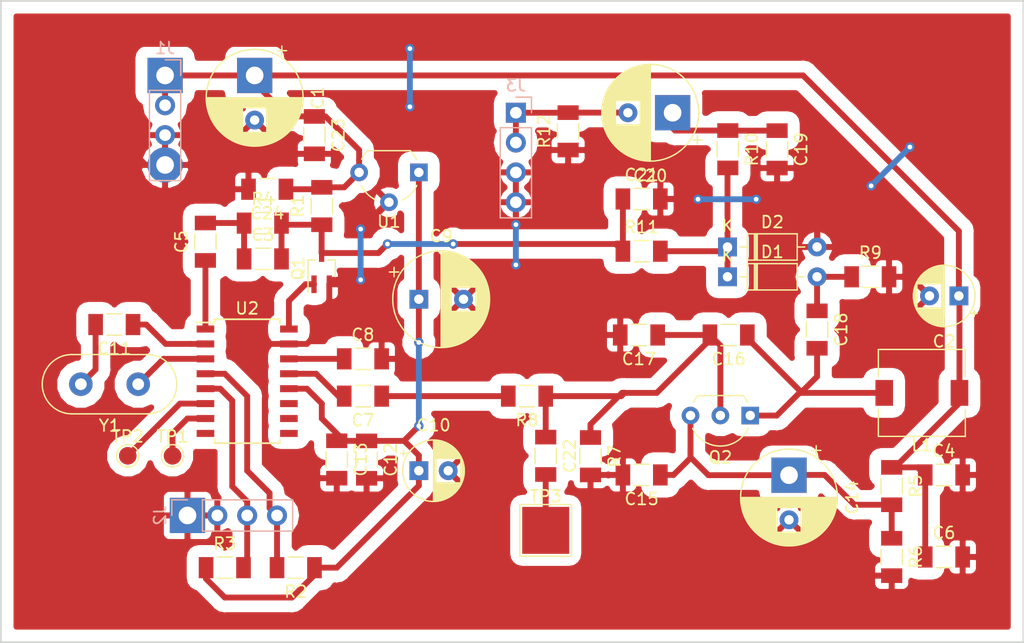
<source format=kicad_pcb>
(kicad_pcb (version 20171130) (host pcbnew no-vcs-found-d3998a2~61~ubuntu17.10.1)
  (layers (0 F.Cu signal) (31 B.Cu signal) (34 B.Paste user) (35 F.Paste user) (36 B.SilkS user) (37 F.SilkS user) (38 B.Mask user) (39 F.Mask user) (44 Edge.Cuts user))
  (net 0 "")
  (net 1 +12V)
  (net 2 GND)
  (net 3 "Net-(C3-Pad1)")
  (net 4 /VTUNE)
  (net 5 "Net-(C5-Pad1)")
  (net 6 /OSC_OUT)
  (net 7 "Net-(C7-Pad2)")
  (net 8 "Net-(C8-Pad1)")
  (net 9 +5V)
  (net 10 "Net-(C11-Pad2)")
  (net 11 "Net-(C11-Pad1)")
  (net 12 "Net-(C14-Pad1)")
  (net 13 "Net-(C16-Pad1)")
  (net 14 "Net-(C16-Pad2)")
  (net 15 "Net-(C18-Pad1)")
  (net 16 "Net-(C19-Pad1)")
  (net 17 "Net-(C20-Pad2)")
  (net 18 "Net-(D1-Pad1)")
  (net 19 /SCL)
  (net 20 /SDA)
  (net 21 "Net-(Q1-Pad1)")
  (net 22 "Net-(TP1-Pad1)")
  (net 23 "Net-(TP2-Pad1)")
  (net 24 "Net-(U2-Pad3)")
  (net 25 "Net-(C22-Pad2)")
  (module Package_TO_SOT_THT:TO-92_Wide (layer F.Cu) (at 96.266 205.994 180)
    (fp_text reference U1 (at 2.55 -4.19 180) (layer F.SilkS))
    (fp_text value L78L05_TO92)
    (pad 2 thru_hole circle (at 2.54 -2.54 270) (size 1.5 1.5) (drill 0.8) (layers *.Cu *.Mask) (net 2 GND))
    (pad 3 thru_hole circle (at 5.08 0 270) (size 1.5 1.5) (drill 0.8) (layers *.Cu *.Mask) (net 1 +12V))
    (pad 1 thru_hole rect (at 0 0 270) (size 1.5 1.5) (drill 0.8) (layers *.Cu *.Mask) (net 9 +5V))
  )
  (module TestPoint:TestPoint_Pad_D1.5mm (layer F.Cu) (at 71.501 230.124)
    (fp_text reference TP2 (at 0 -1.648) (layer F.SilkS))
    (fp_text value Test_Point)
    (pad 1 smd circle (at 0 0) (size 1.5 1.5) (layers F.Cu F.Mask) (net 23 "Net-(TP2-Pad1)"))
  )
  (module TestPoint:TestPoint_Pad_D1.5mm (layer F.Cu) (at 75.311 230.124)
    (fp_text reference TP1 (at 0 -1.648) (layer F.SilkS))
    (fp_text value Test_Point)
    (pad 1 smd circle (at 0 0) (size 1.5 1.5) (layers F.Cu F.Mask) (net 22 "Net-(TP1-Pad1)"))
  )
  (module Capacitor_THT:CP_Radial_D8.0mm_P3.80mm (layer F.Cu) (at 117.856 200.914 180)
    (fp_text reference C20 (at 1.9 -5.37 180) (layer F.SilkS))
    (fp_text value 10u)
    (pad 2 thru_hole circle (at 3.8 0 180) (size 1.6 1.6) (drill 0.8) (layers *.Cu *.Mask) (net 17 "Net-(C20-Pad2)"))
    (pad 1 thru_hole rect (at 0 0 180) (size 3 3) (drill 1.5) (layers *.Cu *.Mask) (net 16 "Net-(C19-Pad1)"))
  )
  (module Capacitor_THT:CP_Radial_D8.0mm_P3.80mm (layer F.Cu) (at 82.296 197.739 270)
    (fp_text reference C1 (at 1.9 -5.37 270) (layer F.SilkS))
    (fp_text value 10u)
    (pad 1 thru_hole rect (at 0 0 270) (size 3 3) (drill 1.5) (layers *.Cu *.Mask) (net 1 +12V))
    (pad 2 thru_hole circle (at 3.8 0 270) (size 1.6 1.6) (drill 0.8) (layers *.Cu *.Mask) (net 2 GND))
  )
  (module Capacitor_THT:CP_Radial_D5.0mm_P2.50mm (layer F.Cu) (at 142.212282 216.51293 180)
    (fp_text reference C2 (at 1.25 -3.87 180) (layer F.SilkS))
    (fp_text value 1u)
    (pad 2 thru_hole circle (at 2.5 0 180) (size 1.6 1.6) (drill 0.8) (layers *.Cu *.Mask) (net 2 GND))
    (pad 1 thru_hole rect (at 0 0 180) (size 1.6 1.6) (drill 0.8) (layers *.Cu *.Mask) (net 1 +12V))
  )
  (module Capacitor_SMD:C_1206_3216Metric_Pad1.24x1.80mm_HandSolder (layer F.Cu) (at 82.9895 213.36)
    (fp_text reference C3 (at 0 -2.05) (layer F.SilkS))
    (fp_text value 39n)
    (pad 1 smd rect (at -1.5925 0) (size 1.245 1.8) (layers F.Cu F.Paste F.Mask) (net 3 "Net-(C3-Pad1)"))
    (pad 2 smd rect (at 1.5925 0) (size 1.245 1.8) (layers F.Cu F.Paste F.Mask) (net 4 /VTUNE))
  )
  (module Capacitor_SMD:C_1206_3216Metric_Pad1.24x1.80mm_HandSolder (layer F.Cu) (at 140.942282 231.75293)
    (fp_text reference C4 (at 0 -2.05) (layer F.SilkS))
    (fp_text value 4n7)
    (pad 1 smd rect (at -1.5925 0) (size 1.245 1.8) (layers F.Cu F.Paste F.Mask) (net 1 +12V))
    (pad 2 smd rect (at 1.5925 0) (size 1.245 1.8) (layers F.Cu F.Paste F.Mask) (net 2 GND))
  )
  (module Capacitor_SMD:C_1206_3216Metric_Pad1.24x1.80mm_HandSolder (layer F.Cu) (at 78.105 211.8945 90)
    (fp_text reference C5 (at 0 -2.05 90) (layer F.SilkS))
    (fp_text value 180n)
    (pad 1 smd rect (at -1.5925 0 90) (size 1.245 1.8) (layers F.Cu F.Paste F.Mask) (net 5 "Net-(C5-Pad1)"))
    (pad 2 smd rect (at 1.5925 0 90) (size 1.245 1.8) (layers F.Cu F.Paste F.Mask) (net 3 "Net-(C3-Pad1)"))
  )
  (module Capacitor_SMD:C_1206_3216Metric_Pad1.24x1.80mm_HandSolder (layer F.Cu) (at 140.942282 238.73793)
    (fp_text reference C6 (at 0 -2.05) (layer F.SilkS))
    (fp_text value 150p)
    (pad 2 smd rect (at 1.5925 0) (size 1.245 1.8) (layers F.Cu F.Paste F.Mask) (net 2 GND))
    (pad 1 smd rect (at -1.5925 0) (size 1.245 1.8) (layers F.Cu F.Paste F.Mask) (net 1 +12V))
  )
  (module Capacitor_SMD:C_1206_3216Metric_Pad1.24x1.80mm_HandSolder (layer F.Cu) (at 91.5085 225.044 180)
    (fp_text reference C7 (at 0 -2.05 180) (layer F.SilkS))
    (fp_text value 1n)
    (pad 1 smd rect (at -1.5925 0 180) (size 1.245 1.8) (layers F.Cu F.Paste F.Mask) (net 6 /OSC_OUT))
    (pad 2 smd rect (at 1.5925 0 180) (size 1.245 1.8) (layers F.Cu F.Paste F.Mask) (net 7 "Net-(C7-Pad2)"))
  )
  (module Capacitor_SMD:C_1206_3216Metric_Pad1.24x1.80mm_HandSolder (layer F.Cu) (at 91.5085 221.869)
    (fp_text reference C8 (at 0 -2.05) (layer F.SilkS))
    (fp_text value 1n)
    (pad 2 smd rect (at 1.5925 0) (size 1.245 1.8) (layers F.Cu F.Paste F.Mask) (net 2 GND))
    (pad 1 smd rect (at -1.5925 0) (size 1.245 1.8) (layers F.Cu F.Paste F.Mask) (net 8 "Net-(C8-Pad1)"))
  )
  (module Capacitor_THT:CP_Radial_D8.0mm_P3.80mm (layer F.Cu) (at 96.266 216.789)
    (fp_text reference C9 (at 1.9 -5.37) (layer F.SilkS))
    (fp_text value 10u)
    (pad 2 thru_hole circle (at 3.8 0) (size 1.6 1.6) (drill 0.8) (layers *.Cu *.Mask) (net 2 GND))
    (pad 1 thru_hole rect (at 0 0) (size 1.6 1.6) (drill 0.8) (layers *.Cu *.Mask) (net 9 +5V))
  )
  (module Capacitor_THT:CP_Radial_D5.0mm_P2.50mm (layer F.Cu) (at 96.266 231.394)
    (fp_text reference C10 (at 1.25 -3.87) (layer F.SilkS))
    (fp_text value 1u)
    (pad 1 thru_hole rect (at 0 0) (size 1.6 1.6) (drill 0.8) (layers *.Cu *.Mask) (net 9 +5V))
    (pad 2 thru_hole circle (at 2.5 0) (size 1.6 1.6) (drill 0.8) (layers *.Cu *.Mask) (net 2 GND))
  )
  (module Capacitor_SMD:C_1206_3216Metric_Pad1.24x1.80mm_HandSolder (layer F.Cu) (at 70.358 218.948 180)
    (fp_text reference C11 (at 0 -2.05 180) (layer F.SilkS))
    (fp_text value 27p)
    (pad 2 smd rect (at 1.5925 0 180) (size 1.245 1.8) (layers F.Cu F.Paste F.Mask) (net 10 "Net-(C11-Pad2)"))
    (pad 1 smd rect (at -1.5925 0 180) (size 1.245 1.8) (layers F.Cu F.Paste F.Mask) (net 11 "Net-(C11-Pad1)"))
  )
  (module Capacitor_SMD:C_1206_3216Metric_Pad1.24x1.80mm_HandSolder (layer F.Cu) (at 91.821 230.4465 270)
    (fp_text reference C12 (at 0 -2.05 270) (layer F.SilkS))
    (fp_text value 4n7)
    (pad 1 smd rect (at -1.5925 0 270) (size 1.245 1.8) (layers F.Cu F.Paste F.Mask) (net 9 +5V))
    (pad 2 smd rect (at 1.5925 0 270) (size 1.245 1.8) (layers F.Cu F.Paste F.Mask) (net 2 GND))
  )
  (module Capacitor_SMD:C_1206_3216Metric_Pad1.24x1.80mm_HandSolder (layer F.Cu) (at 89.281 230.4365 270)
    (fp_text reference C13 (at 0 -2.05 270) (layer F.SilkS))
    (fp_text value 150p)
    (pad 1 smd rect (at -1.5925 0 270) (size 1.245 1.8) (layers F.Cu F.Paste F.Mask) (net 9 +5V))
    (pad 2 smd rect (at 1.5925 0 270) (size 1.245 1.8) (layers F.Cu F.Paste F.Mask) (net 2 GND))
  )
  (module Capacitor_THT:CP_Radial_D8.0mm_P3.80mm (layer F.Cu) (at 127.762 231.775 270)
    (fp_text reference C14 (at 1.9 -5.37 270) (layer F.SilkS))
    (fp_text value 10u)
    (pad 1 thru_hole rect (at 0 0 270) (size 3 3) (drill 1.5) (layers *.Cu *.Mask) (net 12 "Net-(C14-Pad1)"))
    (pad 2 thru_hole circle (at 3.8 0 270) (size 1.6 1.6) (drill 0.8) (layers *.Cu *.Mask) (net 2 GND))
  )
  (module Capacitor_SMD:C_1206_3216Metric_Pad1.24x1.80mm_HandSolder (layer F.Cu) (at 115.219782 231.75293 180)
    (fp_text reference C15 (at 0 -2.05 180) (layer F.SilkS))
    (fp_text value 10n)
    (pad 2 smd rect (at 1.5925 0 180) (size 1.245 1.8) (layers F.Cu F.Paste F.Mask) (net 2 GND))
    (pad 1 smd rect (at -1.5925 0 180) (size 1.245 1.8) (layers F.Cu F.Paste F.Mask) (net 12 "Net-(C14-Pad1)"))
  )
  (module Capacitor_SMD:C_1206_3216Metric_Pad1.24x1.80mm_HandSolder (layer F.Cu) (at 122.6235 219.837 180)
    (fp_text reference C16 (at 0 -2.05 180) (layer F.SilkS))
    (fp_text value 15p)
    (pad 1 smd rect (at -1.5925 0 180) (size 1.245 1.8) (layers F.Cu F.Paste F.Mask) (net 13 "Net-(C16-Pad1)"))
    (pad 2 smd rect (at 1.5925 0 180) (size 1.245 1.8) (layers F.Cu F.Paste F.Mask) (net 14 "Net-(C16-Pad2)"))
  )
  (module Capacitor_SMD:C_1206_3216Metric_Pad1.24x1.80mm_HandSolder (layer F.Cu) (at 114.9935 219.837 180)
    (fp_text reference C17 (at 0 -2.05 180) (layer F.SilkS))
    (fp_text value 15p)
    (pad 2 smd rect (at 1.5925 0 180) (size 1.245 1.8) (layers F.Cu F.Paste F.Mask) (net 2 GND))
    (pad 1 smd rect (at -1.5925 0 180) (size 1.245 1.8) (layers F.Cu F.Paste F.Mask) (net 14 "Net-(C16-Pad2)"))
  )
  (module Capacitor_SMD:C_1206_3216Metric_Pad1.24x1.80mm_HandSolder (layer F.Cu) (at 130.147282 219.37543 270)
    (fp_text reference C18 (at 0 -2.05 270) (layer F.SilkS))
    (fp_text value 330p)
    (pad 1 smd rect (at -1.5925 0 270) (size 1.245 1.8) (layers F.Cu F.Paste F.Mask) (net 15 "Net-(C18-Pad1)"))
    (pad 2 smd rect (at 1.5925 0 270) (size 1.245 1.8) (layers F.Cu F.Paste F.Mask) (net 13 "Net-(C16-Pad1)"))
  )
  (module Capacitor_SMD:C_1206_3216Metric_Pad1.24x1.80mm_HandSolder (layer F.Cu) (at 126.746 204.0305 270)
    (fp_text reference C19 (at 0 -2.05 270) (layer F.SilkS))
    (fp_text value 47p)
    (pad 2 smd rect (at 1.5925 0 270) (size 1.245 1.8) (layers F.Cu F.Paste F.Mask) (net 2 GND))
    (pad 1 smd rect (at -1.5925 0 270) (size 1.245 1.8) (layers F.Cu F.Paste F.Mask) (net 16 "Net-(C19-Pad1)"))
  )
  (module Capacitor_SMD:C_1206_3216Metric_Pad1.24x1.80mm_HandSolder (layer F.Cu) (at 115.219782 208.25793)
    (fp_text reference C21 (at 0 -2.05) (layer F.SilkS))
    (fp_text value 47p)
    (pad 2 smd rect (at 1.5925 0) (size 1.245 1.8) (layers F.Cu F.Paste F.Mask) (net 2 GND))
    (pad 1 smd rect (at -1.5925 0) (size 1.245 1.8) (layers F.Cu F.Paste F.Mask) (net 4 /VTUNE))
  )
  (module Diode_THT:D_DO-35_SOD27_P7.62mm_Horizontal (layer F.Cu) (at 122.527282 214.884)
    (fp_text reference D1 (at 3.81 -2.12) (layer F.SilkS))
    (fp_text value BB221)
    (fp_text user K (at 0 -1.8) (layer F.SilkS))
    (pad 1 thru_hole rect (at 0 0) (size 1.6 1.6) (drill 0.8) (layers *.Cu *.Mask) (net 18 "Net-(D1-Pad1)"))
    (pad 2 thru_hole oval (at 7.62 0) (size 1.6 1.6) (drill 0.8) (layers *.Cu *.Mask) (net 15 "Net-(C18-Pad1)"))
  )
  (module Diode_THT:D_DO-35_SOD27_P7.62mm_Horizontal (layer F.Cu) (at 122.527282 212.344)
    (fp_text reference D2 (at 3.81 -2.12) (layer F.SilkS))
    (fp_text value BB221)
    (fp_text user K (at 0 -1.8) (layer F.SilkS))
    (pad 2 thru_hole oval (at 7.62 0) (size 1.6 1.6) (drill 0.8) (layers *.Cu *.Mask) (net 2 GND))
    (pad 1 thru_hole rect (at 0 0) (size 1.6 1.6) (drill 0.8) (layers *.Cu *.Mask) (net 18 "Net-(D1-Pad1)"))
  )
  (module Inductor_SMD:L_7.3x7.3_H3.5 (layer F.Cu) (at 139.062282 224.76793 180)
    (fp_text reference L1 (at 0 -4.45 180) (layer F.SilkS))
    (fp_text value 100n)
    (pad 1 smd rect (at -3.2 0 180) (size 1.5 2.2) (layers F.Cu F.Paste F.Mask) (net 1 +12V))
    (pad 2 smd rect (at 3.2 0 180) (size 1.5 2.2) (layers F.Cu F.Paste F.Mask) (net 13 "Net-(C16-Pad1)"))
  )
  (module Package_TO_SOT_SMD:SOT-323_SC-70_Handsoldering (layer F.Cu) (at 87.996 214.189 90)
    (fp_text reference Q1 (at 0 -2 90) (layer F.SilkS))
    (fp_text value BC848W)
    (pad 1 smd rect (at -1.33 -0.65) (size 0.45 1.5) (layers F.Cu F.Paste F.Mask) (net 21 "Net-(Q1-Pad1)"))
    (pad 2 smd rect (at -1.33 0.65) (size 0.45 1.5) (layers F.Cu F.Paste F.Mask) (net 2 GND))
    (pad 3 smd rect (at 1.33 0) (size 0.45 1.5) (layers F.Cu F.Paste F.Mask) (net 4 /VTUNE))
  )
  (module Resistor_SMD:R_1206_3216Metric_Pad1.24x1.80mm_HandSolder (layer F.Cu) (at 88.011 208.8565 90)
    (fp_text reference R1 (at 0 -2.05 90) (layer F.SilkS))
    (fp_text value 15k)
    (pad 1 smd rect (at -1.5925 0 90) (size 1.245 1.8) (layers F.Cu F.Paste F.Mask) (net 4 /VTUNE))
    (pad 2 smd rect (at 1.5925 0 90) (size 1.245 1.8) (layers F.Cu F.Paste F.Mask) (net 1 +12V))
  )
  (module Resistor_SMD:R_1206_3216Metric_Pad1.24x1.80mm_HandSolder (layer F.Cu) (at 85.7935 239.649 180)
    (fp_text reference R2 (at 0 -2.05 180) (layer F.SilkS))
    (fp_text value 10k)
    (pad 2 smd rect (at 1.5925 0 180) (size 1.245 1.8) (layers F.Cu F.Paste F.Mask) (net 20 /SDA))
    (pad 1 smd rect (at -1.5925 0 180) (size 1.245 1.8) (layers F.Cu F.Paste F.Mask) (net 9 +5V))
  )
  (module Resistor_SMD:R_1206_3216Metric_Pad1.24x1.80mm_HandSolder (layer F.Cu) (at 79.756 239.649)
    (fp_text reference R3 (at 0 -2.05) (layer F.SilkS))
    (fp_text value 10k)
    (pad 1 smd rect (at -1.5925 0) (size 1.245 1.8) (layers F.Cu F.Paste F.Mask) (net 9 +5V))
    (pad 2 smd rect (at 1.5925 0) (size 1.245 1.8) (layers F.Cu F.Paste F.Mask) (net 19 /SCL))
  )
  (module Resistor_SMD:R_1206_3216Metric_Pad1.24x1.80mm_HandSolder (layer F.Cu) (at 82.9895 210.312)
    (fp_text reference R4 (at 0 -2.05) (layer F.SilkS))
    (fp_text value 22k)
    (pad 2 smd rect (at 1.5925 0) (size 1.245 1.8) (layers F.Cu F.Paste F.Mask) (net 4 /VTUNE))
    (pad 1 smd rect (at -1.5925 0) (size 1.245 1.8) (layers F.Cu F.Paste F.Mask) (net 3 "Net-(C3-Pad1)"))
  )
  (module Resistor_SMD:R_1206_3216Metric_Pad1.24x1.80mm_HandSolder (layer F.Cu) (at 136.497282 232.70043 270)
    (fp_text reference R5 (at 0 -2.05 270) (layer F.SilkS))
    (fp_text value 15k)
    (pad 2 smd rect (at 1.5925 0 270) (size 1.245 1.8) (layers F.Cu F.Paste F.Mask) (net 12 "Net-(C14-Pad1)"))
    (pad 1 smd rect (at -1.5925 0 270) (size 1.245 1.8) (layers F.Cu F.Paste F.Mask) (net 1 +12V))
  )
  (module Resistor_SMD:R_1206_3216Metric_Pad1.24x1.80mm_HandSolder (layer F.Cu) (at 136.497282 238.73793 270)
    (fp_text reference R6 (at 0 -2.05 270) (layer F.SilkS))
    (fp_text value 15k)
    (pad 1 smd rect (at -1.5925 0 270) (size 1.245 1.8) (layers F.Cu F.Paste F.Mask) (net 12 "Net-(C14-Pad1)"))
    (pad 2 smd rect (at 1.5925 0 270) (size 1.245 1.8) (layers F.Cu F.Paste F.Mask) (net 2 GND))
  )
  (module Resistor_SMD:R_1206_3216Metric_Pad1.24x1.80mm_HandSolder (layer F.Cu) (at 110.871 230.16043 270)
    (fp_text reference R7 (at 0 -2.05 270) (layer F.SilkS))
    (fp_text value 270R)
    (pad 1 smd rect (at -1.5925 0 270) (size 1.245 1.8) (layers F.Cu F.Paste F.Mask) (net 14 "Net-(C16-Pad2)"))
    (pad 2 smd rect (at 1.5925 0 270) (size 1.245 1.8) (layers F.Cu F.Paste F.Mask) (net 2 GND))
  )
  (module Resistor_SMD:R_1206_3216Metric_Pad1.24x1.80mm_HandSolder (layer F.Cu) (at 105.4685 225.044 180)
    (fp_text reference R8 (at 0 -2.05 180) (layer F.SilkS))
    (fp_text value 680R)
    (pad 1 smd rect (at -1.5925 0 180) (size 1.245 1.8) (layers F.Cu F.Paste F.Mask) (net 14 "Net-(C16-Pad2)"))
    (pad 2 smd rect (at 1.5925 0 180) (size 1.245 1.8) (layers F.Cu F.Paste F.Mask) (net 6 /OSC_OUT))
  )
  (module Resistor_SMD:R_1206_3216Metric_Pad1.24x1.80mm_HandSolder (layer F.Cu) (at 134.6785 214.884)
    (fp_text reference R9 (at 0 -2.05) (layer F.SilkS))
    (fp_text value 4k7)
    (pad 2 smd rect (at 1.5925 0) (size 1.245 1.8) (layers F.Cu F.Paste F.Mask) (net 2 GND))
    (pad 1 smd rect (at -1.5925 0) (size 1.245 1.8) (layers F.Cu F.Paste F.Mask) (net 15 "Net-(C18-Pad1)"))
  )
  (module Resistor_SMD:R_1206_3216Metric_Pad1.24x1.80mm_HandSolder (layer F.Cu) (at 122.555 204.0205 270)
    (fp_text reference R10 (at 0 -2.05 270) (layer F.SilkS))
    (fp_text value 4k7)
    (pad 1 smd rect (at -1.5925 0 270) (size 1.245 1.8) (layers F.Cu F.Paste F.Mask) (net 16 "Net-(C19-Pad1)"))
    (pad 2 smd rect (at 1.5925 0 270) (size 1.245 1.8) (layers F.Cu F.Paste F.Mask) (net 18 "Net-(D1-Pad1)"))
  )
  (module Resistor_SMD:R_1206_3216Metric_Pad1.24x1.80mm_HandSolder (layer F.Cu) (at 115.219782 212.70293)
    (fp_text reference R11 (at 0 -2.05) (layer F.SilkS))
    (fp_text value 10k)
    (pad 2 smd rect (at 1.5925 0) (size 1.245 1.8) (layers F.Cu F.Paste F.Mask) (net 18 "Net-(D1-Pad1)"))
    (pad 1 smd rect (at -1.5925 0) (size 1.245 1.8) (layers F.Cu F.Paste F.Mask) (net 4 /VTUNE))
  )
  (module Resistor_SMD:R_1206_3216Metric_Pad1.24x1.80mm_HandSolder (layer F.Cu) (at 108.966 202.4965 90)
    (fp_text reference R12 (at 0 -2.05 90) (layer F.SilkS))
    (fp_text value 4k7)
    (pad 2 smd rect (at 1.5925 0 90) (size 1.245 1.8) (layers F.Cu F.Paste F.Mask) (net 17 "Net-(C20-Pad2)"))
    (pad 1 smd rect (at -1.5925 0 90) (size 1.245 1.8) (layers F.Cu F.Paste F.Mask) (net 2 GND))
  )
  (module Package_SOIC:SOIC-16W_5.3x10.2mm_P1.27mm (layer F.Cu) (at 81.661 223.774)
    (fp_text reference U2 (at 0 -6.2) (layer F.SilkS))
    (fp_text value TSA5512T)
    (pad 1 smd rect (at -3.55 -4.445) (size 1.5 0.6) (layers F.Cu F.Paste F.Mask) (net 5 "Net-(C5-Pad1)"))
    (pad 2 smd rect (at -3.55 -3.175) (size 1.5 0.6) (layers F.Cu F.Paste F.Mask) (net 11 "Net-(C11-Pad1)"))
    (pad 3 smd rect (at -3.55 -1.905) (size 1.5 0.6) (layers F.Cu F.Paste F.Mask) (net 24 "Net-(U2-Pad3)"))
    (pad 4 smd rect (at -3.55 -0.635) (size 1.5 0.6) (layers F.Cu F.Paste F.Mask) (net 20 /SDA))
    (pad 5 smd rect (at -3.55 0.635) (size 1.5 0.6) (layers F.Cu F.Paste F.Mask) (net 19 /SCL))
    (pad 6 smd rect (at -3.55 1.905) (size 1.5 0.6) (layers F.Cu F.Paste F.Mask) (net 23 "Net-(TP2-Pad1)"))
    (pad 7 smd rect (at -3.55 3.175) (size 1.5 0.6) (layers F.Cu F.Paste F.Mask) (net 22 "Net-(TP1-Pad1)"))
    (pad 8 smd rect (at -3.55 4.445) (size 1.5 0.6) (layers F.Cu F.Paste F.Mask))
    (pad 9 smd rect (at 3.55 4.445) (size 1.5 0.6) (layers F.Cu F.Paste F.Mask))
    (pad 10 smd rect (at 3.55 3.175) (size 1.5 0.6) (layers F.Cu F.Paste F.Mask))
    (pad 11 smd rect (at 3.55 1.905) (size 1.5 0.6) (layers F.Cu F.Paste F.Mask))
    (pad 12 smd rect (at 3.55 0.635) (size 1.5 0.6) (layers F.Cu F.Paste F.Mask) (net 9 +5V))
    (pad 13 smd rect (at 3.55 -0.635) (size 1.5 0.6) (layers F.Cu F.Paste F.Mask) (net 7 "Net-(C7-Pad2)"))
    (pad 14 smd rect (at 3.55 -1.905) (size 1.5 0.6) (layers F.Cu F.Paste F.Mask) (net 8 "Net-(C8-Pad1)"))
    (pad 15 smd rect (at 3.55 -3.175) (size 1.5 0.6) (layers F.Cu F.Paste F.Mask) (net 2 GND))
    (pad 16 smd rect (at 3.55 -4.445) (size 1.5 0.6) (layers F.Cu F.Paste F.Mask) (net 21 "Net-(Q1-Pad1)"))
  )
  (module Crystal:Crystal_HC49-4H_Vertical (layer F.Cu) (at 72.39 224.028 180)
    (fp_text reference Y1 (at 2.44 -3.525 180) (layer F.SilkS))
    (fp_text value 4MHz)
    (pad 1 thru_hole circle (at 0 0 180) (size 2 2) (drill 1) (layers *.Cu *.Mask) (net 24 "Net-(U2-Pad3)"))
    (pad 2 thru_hole circle (at 4.88 0 180) (size 2 2) (drill 1) (layers *.Cu *.Mask) (net 10 "Net-(C11-Pad2)"))
  )
  (module Connector_PinHeader_2.54mm:PinHeader_1x04_P2.54mm_Vertical (layer B.Cu) (at 74.676 197.739 180)
    (fp_text reference J1 (at 0 2.33 180) (layer B.SilkS) (effects (justify mirror)))
    (fp_text value Conn_01x04)
    (pad 4 thru_hole oval (at 0 -7.62 180) (size 3 3) (drill 1.5) (layers *.Cu *.Mask) (net 2 GND))
    (pad 3 thru_hole oval (at 0 -5.08 180) (size 1.7 1.7) (drill 1) (layers *.Cu *.Mask) (net 2 GND))
    (pad 2 thru_hole oval (at 0 -2.54 180) (size 1.7 1.7) (drill 1) (layers *.Cu *.Mask) (net 1 +12V))
    (pad 1 thru_hole rect (at 0 0 180) (size 3 3) (drill 1.5) (layers *.Cu *.Mask) (net 1 +12V))
  )
  (module Connector_PinHeader_2.54mm:PinHeader_1x04_P2.54mm_Vertical (layer B.Cu) (at 76.581 235.204 270)
    (fp_text reference J2 (at 0 2.33 270) (layer B.SilkS) (effects (justify mirror)))
    (fp_text value Conn_01x04)
    (pad 1 thru_hole rect (at 0 0 270) (size 3 3) (drill 1.5) (layers *.Cu *.Mask) (net 2 GND))
    (pad 2 thru_hole oval (at 0 -2.54 270) (size 1.7 1.7) (drill 1) (layers *.Cu *.Mask) (net 2 GND))
    (pad 3 thru_hole oval (at 0 -5.08 270) (size 1.7 1.7) (drill 1) (layers *.Cu *.Mask) (net 19 /SCL))
    (pad 4 thru_hole oval (at 0 -7.62 270) (size 1.7 1.7) (drill 1) (layers *.Cu *.Mask) (net 20 /SDA))
  )
  (module Connector_PinHeader_2.54mm:PinHeader_1x04_P2.54mm_Vertical (layer B.Cu) (at 104.521 200.914 180)
    (fp_text reference J3 (at 0 2.33 180) (layer B.SilkS) (effects (justify mirror)))
    (fp_text value Conn_01x04)
    (pad 1 thru_hole rect (at 0 0 180) (size 1.7 1.7) (drill 1) (layers *.Cu *.Mask) (net 17 "Net-(C20-Pad2)"))
    (pad 2 thru_hole oval (at 0 -2.54 180) (size 1.7 1.7) (drill 1) (layers *.Cu *.Mask) (net 17 "Net-(C20-Pad2)"))
    (pad 3 thru_hole oval (at 0 -5.08 180) (size 1.7 1.7) (drill 1) (layers *.Cu *.Mask) (net 2 GND))
    (pad 4 thru_hole oval (at 0 -7.62 180) (size 1.7 1.7) (drill 1) (layers *.Cu *.Mask) (net 2 GND))
  )
  (module Capacitor_SMD:C_1206_3216Metric_Pad1.24x1.80mm_HandSolder (layer F.Cu) (at 107.061 230.124 270)
    (fp_text reference C22 (at 0 -2.05 270) (layer F.SilkS))
    (fp_text value 22p)
    (pad 1 smd rect (at -1.5925 0 270) (size 1.245 1.8) (layers F.Cu F.Paste F.Mask) (net 14 "Net-(C16-Pad2)"))
    (pad 2 smd rect (at 1.5925 0 270) (size 1.245 1.8) (layers F.Cu F.Paste F.Mask) (net 25 "Net-(C22-Pad2)"))
  )
  (module TestPoint:TestPoint_Pad_4.0x4.0mm (layer F.Cu) (at 107.061 236.474)
    (fp_text reference TP3 (at 0 -2.898) (layer F.SilkS))
    (fp_text value Test_Point)
    (pad 1 smd rect (at 0 0) (size 4 4) (layers F.Cu F.Mask) (net 25 "Net-(C22-Pad2)"))
  )
  (module Capacitor_SMD:C_1206_3216Metric_Pad1.24x1.80mm_HandSolder (layer F.Cu) (at 87.376 202.819 270)
    (fp_text reference C23 (at 0 -2.05 270) (layer F.SilkS))
    (fp_text value 4n7)
    (pad 2 smd rect (at 1.5925 0 270) (size 1.245 1.8) (layers F.Cu F.Paste F.Mask) (net 2 GND))
    (pad 1 smd rect (at -1.5925 0 270) (size 1.245 1.8) (layers F.Cu F.Paste F.Mask) (net 1 +12V))
  )
  (module Capacitor_SMD:C_1206_3216Metric_Pad1.24x1.80mm_HandSolder (layer F.Cu) (at 83.366001 207.426646 180)
    (fp_text reference C24 (at 0 -2.05 180) (layer F.SilkS))
    (fp_text value 150p)
    (pad 1 smd rect (at -1.5925 0 180) (size 1.245 1.8) (layers F.Cu F.Paste F.Mask) (net 1 +12V))
    (pad 2 smd rect (at 1.5925 0 180) (size 1.245 1.8) (layers F.Cu F.Paste F.Mask) (net 2 GND))
  )
  (module Package_TO_SOT_THT:TO-92L_Inline_Wide (layer F.Cu) (at 124.46 226.695 180)
    (fp_text reference Q2 (at 2.54 -3.56 180) (layer F.SilkS))
    (fp_text value BF199)
    (pad 2 thru_hole circle (at 2.54 0 270) (size 1.5 1.5) (drill 0.8) (layers *.Cu *.Mask) (net 14 "Net-(C16-Pad2)"))
    (pad 3 thru_hole circle (at 5.08 0 270) (size 1.5 1.5) (drill 0.8) (layers *.Cu *.Mask) (net 12 "Net-(C14-Pad1)"))
    (pad 1 thru_hole rect (at 0 0 270) (size 1.5 1.5) (drill 0.8) (layers *.Cu *.Mask) (net 13 "Net-(C16-Pad1)"))
  )
  (gr_line (start 60.706 245.999) (end 60.706 191.389) (layer Edge.Cuts) (width 0.15))
  (gr_line (start 147.701 245.999) (end 60.706 245.999) (layer Edge.Cuts) (width 0.15))
  (gr_line (start 147.701 191.389) (end 147.701 245.999) (layer Edge.Cuts) (width 0.15))
  (gr_line (start 60.706 191.389) (end 147.701 191.389) (layer Edge.Cuts) (width 0.15))
  (segment (start 128.955854 197.739) (end 142.212282 210.995428) (width 0.5) (layer F.Cu) (net 1))
  (segment (start 82.296 197.739) (end 128.955854 197.739) (width 0.5) (layer F.Cu) (net 1))
  (segment (start 142.212282 215.21293) (end 142.212282 216.51293) (width 0.5) (layer F.Cu) (net 1))
  (segment (start 142.212282 210.995428) (end 142.212282 215.21293) (width 0.5) (layer F.Cu) (net 1))
  (segment (start 88.3235 201.2265) (end 91.186 204.089) (width 0.5) (layer F.Cu) (net 1))
  (segment (start 87.376 201.2265) (end 88.3235 201.2265) (width 0.5) (layer F.Cu) (net 1))
  (segment (start 91.186 204.089) (end 91.186 204.93334) (width 0.5) (layer F.Cu) (net 1))
  (segment (start 91.186 204.93334) (end 91.186 205.994) (width 0.5) (layer F.Cu) (net 1))
  (segment (start 82.296 198.374) (end 85.1485 201.2265) (width 0.5) (layer F.Cu) (net 1))
  (segment (start 82.296 197.739) (end 82.296 198.374) (width 0.5) (layer F.Cu) (net 1))
  (segment (start 85.1485 201.2265) (end 85.976 201.2265) (width 0.5) (layer F.Cu) (net 1))
  (segment (start 85.976 201.2265) (end 87.376 201.2265) (width 0.5) (layer F.Cu) (net 1))
  (segment (start 84.958501 207.426646) (end 87.848354 207.426646) (width 0.5) (layer F.Cu) (net 1))
  (segment (start 87.848354 207.426646) (end 88.011 207.264) (width 0.5) (layer F.Cu) (net 1))
  (segment (start 88.011 207.264) (end 89.916 207.264) (width 0.5) (layer F.Cu) (net 1))
  (segment (start 89.916 207.264) (end 91.186 205.994) (width 0.5) (layer F.Cu) (net 1))
  (segment (start 82.296 197.739) (end 83.596 197.739) (width 0.5) (layer F.Cu) (net 1))
  (segment (start 139.349782 231.75293) (end 139.349782 238.73793) (width 0.5) (layer F.Cu) (net 1))
  (segment (start 136.497282 231.10793) (end 138.704782 231.10793) (width 0.5) (layer F.Cu) (net 1))
  (segment (start 138.704782 231.10793) (end 139.349782 231.75293) (width 0.5) (layer F.Cu) (net 1))
  (segment (start 74.676 197.739) (end 74.676 200.279) (width 0.5) (layer F.Cu) (net 1))
  (segment (start 82.296 197.739) (end 74.676 197.739) (width 0.5) (layer F.Cu) (net 1))
  (segment (start 142.262282 224.76793) (end 142.262282 216.56293) (width 0.5) (layer F.Cu) (net 1))
  (segment (start 142.262282 216.56293) (end 142.212282 216.51293) (width 0.5) (layer F.Cu) (net 1))
  (segment (start 142.262282 224.76793) (end 142.262282 225.62043) (width 0.5) (layer F.Cu) (net 1))
  (segment (start 136.774782 231.10793) (end 136.497282 231.10793) (width 0.5) (layer F.Cu) (net 1))
  (segment (start 142.262282 225.62043) (end 136.774782 231.10793) (width 0.5) (layer F.Cu) (net 1))
  (segment (start 136.271 214.884) (end 138.083352 214.884) (width 0.5) (layer F.Cu) (net 2))
  (segment (start 138.083352 214.884) (end 139.712282 216.51293) (width 0.5) (layer F.Cu) (net 2))
  (segment (start 124.968 208.28) (end 130.175 208.28) (width 0.5) (layer F.Cu) (net 2))
  (segment (start 130.175 208.28) (end 133.604 208.28) (width 0.5) (layer F.Cu) (net 2))
  (segment (start 130.175 208.28) (end 130.175 212.00292) (width 0.5) (layer F.Cu) (net 2))
  (segment (start 130.175 212.00292) (end 130.147282 212.00292) (width 0.5) (layer F.Cu) (net 2))
  (segment (start 139.065 202.565) (end 139.065 202.819) (width 0.5) (layer F.Cu) (net 2))
  (segment (start 139.065 202.819) (end 138.049 203.835) (width 0.5) (layer F.Cu) (net 2))
  (segment (start 134.747 207.137) (end 138.049 203.835) (width 0.5) (layer B.Cu) (net 2))
  (via (at 138.049 203.835) (size 0.8) (drill 0.4) (layers F.Cu B.Cu) (net 2))
  (segment (start 133.604 208.28) (end 134.747 207.137) (width 0.5) (layer F.Cu) (net 2))
  (via (at 134.747 207.137) (size 0.8) (drill 0.4) (layers F.Cu B.Cu) (net 2))
  (segment (start 120.015 208.28) (end 124.968 208.28) (width 0.5) (layer B.Cu) (net 2))
  (via (at 124.968 208.28) (size 0.8) (drill 0.4) (layers F.Cu B.Cu) (net 2))
  (segment (start 119.99293 208.25793) (end 120.015 208.28) (width 0.5) (layer F.Cu) (net 2))
  (segment (start 116.812282 208.25793) (end 119.99293 208.25793) (width 0.5) (layer F.Cu) (net 2))
  (via (at 120.015 208.28) (size 0.8) (drill 0.4) (layers F.Cu B.Cu) (net 2))
  (segment (start 70.358 198.501) (end 70.358 202.692) (width 0.5) (layer F.Cu) (net 2))
  (segment (start 70.339001 195.053001) (end 70.339001 198.482001) (width 0.5) (layer F.Cu) (net 2))
  (segment (start 70.339001 198.482001) (end 70.358 198.501) (width 0.5) (layer F.Cu) (net 2))
  (segment (start 95.504 195.453) (end 95.104001 195.053001) (width 0.5) (layer F.Cu) (net 2))
  (segment (start 70.358 202.692) (end 73.025 205.359) (width 0.5) (layer F.Cu) (net 2))
  (segment (start 95.104001 195.053001) (end 70.339001 195.053001) (width 0.5) (layer F.Cu) (net 2))
  (segment (start 73.025 205.359) (end 74.676 205.359) (width 0.5) (layer F.Cu) (net 2))
  (segment (start 95.504 200.406) (end 95.504 195.453) (width 0.5) (layer B.Cu) (net 2))
  (via (at 95.504 195.453) (size 0.8) (drill 0.4) (layers F.Cu B.Cu) (net 2))
  (segment (start 101.092 205.994) (end 95.504 200.406) (width 0.5) (layer F.Cu) (net 2))
  (segment (start 104.521 205.994) (end 101.092 205.994) (width 0.5) (layer F.Cu) (net 2))
  (via (at 95.504 200.406) (size 0.8) (drill 0.4) (layers F.Cu B.Cu) (net 2))
  (segment (start 91.313 215.138) (end 89.027 215.138) (width 0.5) (layer F.Cu) (net 2))
  (segment (start 89.027 215.138) (end 88.646 215.519) (width 0.5) (layer F.Cu) (net 2))
  (segment (start 91.313 210.82) (end 91.313 215.138) (width 0.5) (layer B.Cu) (net 2))
  (via (at 91.313 215.138) (size 0.8) (drill 0.4) (layers F.Cu B.Cu) (net 2))
  (segment (start 93.599 208.534) (end 91.313 210.82) (width 0.5) (layer F.Cu) (net 2))
  (segment (start 93.726 208.534) (end 93.599 208.534) (width 0.5) (layer F.Cu) (net 2))
  (via (at 91.313 210.82) (size 0.8) (drill 0.4) (layers F.Cu B.Cu) (net 2))
  (segment (start 104.521 213.868) (end 102.987 213.868) (width 0.5) (layer F.Cu) (net 2))
  (segment (start 102.987 213.868) (end 100.066 216.789) (width 0.5) (layer F.Cu) (net 2))
  (segment (start 104.521 210.439) (end 104.521 213.868) (width 0.5) (layer B.Cu) (net 2))
  (via (at 104.521 213.868) (size 0.8) (drill 0.4) (layers F.Cu B.Cu) (net 2))
  (segment (start 104.521 208.534) (end 104.521 210.439) (width 0.5) (layer F.Cu) (net 2))
  (via (at 104.521 210.439) (size 0.8) (drill 0.4) (layers F.Cu B.Cu) (net 2))
  (segment (start 85.211 220.599) (end 82.931 220.599) (width 0.5) (layer F.Cu) (net 2))
  (segment (start 86.741 220.599) (end 88.646 218.694) (width 0.5) (layer F.Cu) (net 2))
  (segment (start 88.646 218.694) (end 88.646 216.769) (width 0.5) (layer F.Cu) (net 2))
  (segment (start 85.211 220.599) (end 86.741 220.599) (width 0.5) (layer F.Cu) (net 2))
  (segment (start 88.646 216.769) (end 88.646 215.519) (width 0.5) (layer F.Cu) (net 2))
  (segment (start 81.397 210.312) (end 81.397 213.36) (width 0.5) (layer F.Cu) (net 3))
  (segment (start 78.105 210.302) (end 81.387 210.302) (width 0.5) (layer F.Cu) (net 3))
  (segment (start 81.387 210.302) (end 81.397 210.312) (width 0.5) (layer F.Cu) (net 3))
  (segment (start 99.187 212.09) (end 113.014352 212.09) (width 0.5) (layer F.Cu) (net 4))
  (segment (start 113.014352 212.09) (end 113.627282 212.70293) (width 0.5) (layer F.Cu) (net 4))
  (segment (start 93.599 212.09) (end 99.187 212.09) (width 0.5) (layer B.Cu) (net 4))
  (via (at 99.187 212.09) (size 0.8) (drill 0.4) (layers F.Cu B.Cu) (net 4))
  (segment (start 92.83 212.859) (end 93.599 212.09) (width 0.5) (layer F.Cu) (net 4))
  (segment (start 87.996 212.859) (end 92.83 212.859) (width 0.5) (layer F.Cu) (net 4))
  (via (at 93.599 212.09) (size 0.8) (drill 0.4) (layers F.Cu B.Cu) (net 4))
  (segment (start 87.996 212.859) (end 87.996 211.709) (width 0.5) (layer F.Cu) (net 4))
  (segment (start 87.996 211.709) (end 87.996 210.464) (width 0.5) (layer F.Cu) (net 4))
  (segment (start 113.627282 212.70293) (end 113.627282 210.439) (width 0.5) (layer F.Cu) (net 4))
  (segment (start 113.627282 210.439) (end 113.627282 208.25793) (width 0.5) (layer F.Cu) (net 4))
  (segment (start 87.996 210.464) (end 88.011 210.449) (width 0.5) (layer F.Cu) (net 4))
  (segment (start 88.011 210.449) (end 84.719 210.449) (width 0.5) (layer F.Cu) (net 4))
  (segment (start 84.719 210.449) (end 84.582 210.312) (width 0.5) (layer F.Cu) (net 4))
  (segment (start 84.709 210.439) (end 84.582 210.312) (width 0.5) (layer F.Cu) (net 4))
  (segment (start 84.582 213.36) (end 84.582 210.312) (width 0.5) (layer F.Cu) (net 4))
  (segment (start 78.111 219.329) (end 78.111 213.874) (width 0.5) (layer F.Cu) (net 5))
  (segment (start 78.111 213.874) (end 77.851 213.614) (width 0.5) (layer F.Cu) (net 5))
  (segment (start 78.111 213.493) (end 78.105 213.487) (width 0.5) (layer F.Cu) (net 5))
  (segment (start 103.886 225.044) (end 93.091 225.044) (width 0.5) (layer F.Cu) (net 6))
  (segment (start 89.4285 225.044) (end 87.5235 223.139) (width 0.5) (layer F.Cu) (net 7))
  (segment (start 86.461 223.139) (end 85.211 223.139) (width 0.5) (layer F.Cu) (net 7))
  (segment (start 89.916 225.044) (end 89.4285 225.044) (width 0.5) (layer F.Cu) (net 7))
  (segment (start 87.5235 223.139) (end 86.461 223.139) (width 0.5) (layer F.Cu) (net 7))
  (segment (start 85.211 221.869) (end 89.916 221.869) (width 0.5) (layer F.Cu) (net 8))
  (segment (start 96.266 220.472) (end 96.266 216.789) (width 0.5) (layer F.Cu) (net 9))
  (via (at 96.266 220.472) (size 0.8) (drill 0.4) (layers F.Cu B.Cu) (net 9))
  (segment (start 96.266 220.472) (end 96.266 227.584) (width 0.5) (layer B.Cu) (net 9))
  (segment (start 96.266 205.994) (end 96.266 216.789) (width 0.5) (layer F.Cu) (net 9))
  (segment (start 89.281 239.649) (end 96.266 232.664) (width 0.5) (layer F.Cu) (net 9))
  (segment (start 96.266 232.664) (end 96.266 231.394) (width 0.5) (layer F.Cu) (net 9))
  (segment (start 87.386 239.649) (end 89.281 239.649) (width 0.5) (layer F.Cu) (net 9))
  (segment (start 94.996 228.854) (end 95.026 228.854) (width 0.5) (layer F.Cu) (net 9))
  (segment (start 95.026 228.854) (end 96.266 230.094) (width 0.5) (layer F.Cu) (net 9))
  (segment (start 96.266 230.094) (end 96.266 231.394) (width 0.5) (layer F.Cu) (net 9))
  (via (at 96.266 227.584) (size 0.8) (drill 0.4) (layers F.Cu B.Cu) (net 9))
  (segment (start 94.996 228.854) (end 96.266 227.584) (width 0.5) (layer F.Cu) (net 9))
  (segment (start 87.386 240.274) (end 85.471 242.189) (width 0.5) (layer F.Cu) (net 9))
  (segment (start 87.386 239.649) (end 87.386 240.274) (width 0.5) (layer F.Cu) (net 9))
  (segment (start 85.471 242.189) (end 79.756 242.189) (width 0.5) (layer F.Cu) (net 9))
  (segment (start 79.756 242.189) (end 78.1635 240.5965) (width 0.5) (layer F.Cu) (net 9))
  (segment (start 78.1635 240.5965) (end 78.1635 239.649) (width 0.5) (layer F.Cu) (net 9))
  (segment (start 89.916 228.854) (end 88.011 226.949) (width 0.5) (layer F.Cu) (net 9))
  (segment (start 86.741 224.409) (end 85.211 224.409) (width 0.5) (layer F.Cu) (net 9))
  (segment (start 91.821 228.854) (end 89.916 228.854) (width 0.5) (layer F.Cu) (net 9))
  (segment (start 88.011 226.949) (end 88.011 225.679) (width 0.5) (layer F.Cu) (net 9))
  (segment (start 88.011 225.679) (end 86.741 224.409) (width 0.5) (layer F.Cu) (net 9))
  (segment (start 91.821 228.854) (end 94.996 228.854) (width 0.5) (layer F.Cu) (net 9))
  (segment (start 68.7655 218.948) (end 68.7655 222.7725) (width 0.5) (layer F.Cu) (net 10))
  (segment (start 68.7655 222.7725) (end 67.51 224.028) (width 0.5) (layer F.Cu) (net 10))
  (segment (start 71.9505 218.948) (end 73.073 218.948) (width 0.5) (layer F.Cu) (net 11))
  (segment (start 73.073 218.948) (end 74.724 220.599) (width 0.5) (layer F.Cu) (net 11))
  (segment (start 74.724 220.599) (end 76.861 220.599) (width 0.5) (layer F.Cu) (net 11))
  (segment (start 76.861 220.599) (end 78.111 220.599) (width 0.5) (layer F.Cu) (net 11))
  (segment (start 120.904 231.775) (end 119.38 230.251) (width 0.5) (layer F.Cu) (net 12))
  (segment (start 127.762 231.775) (end 120.904 231.775) (width 0.5) (layer F.Cu) (net 12))
  (segment (start 119.38 230.251) (end 119.38 229.616) (width 0.5) (layer F.Cu) (net 12))
  (segment (start 116.812282 231.75293) (end 117.934782 231.75293) (width 0.5) (layer F.Cu) (net 12))
  (segment (start 117.934782 231.75293) (end 119.38 230.307712) (width 0.5) (layer F.Cu) (net 12))
  (segment (start 119.38 230.307712) (end 119.38 229.616) (width 0.5) (layer F.Cu) (net 12))
  (segment (start 119.38 229.616) (end 119.38 226.695) (width 0.5) (layer F.Cu) (net 12))
  (segment (start 130.782282 231.75293) (end 133.322282 234.29293) (width 0.5) (layer F.Cu) (net 12))
  (segment (start 126.972282 231.75293) (end 130.782282 231.75293) (width 0.5) (layer F.Cu) (net 12))
  (segment (start 133.322282 234.29293) (end 136.497282 234.29293) (width 0.5) (layer F.Cu) (net 12))
  (segment (start 136.497282 234.29293) (end 136.497282 237.14543) (width 0.5) (layer F.Cu) (net 12))
  (segment (start 124.46 226.695) (end 126.718064 226.695) (width 0.5) (layer F.Cu) (net 13))
  (segment (start 126.718064 226.695) (end 128.757282 224.655782) (width 0.5) (layer F.Cu) (net 13))
  (segment (start 124.216 220.1145) (end 124.216 219.837) (width 0.5) (layer F.Cu) (net 13))
  (segment (start 124.216 220.1145) (end 128.757282 224.655782) (width 0.5) (layer F.Cu) (net 13))
  (segment (start 128.757282 224.655782) (end 128.757282 224.76793) (width 0.5) (layer F.Cu) (net 13))
  (segment (start 130.147282 220.96793) (end 130.147282 223.37793) (width 0.5) (layer F.Cu) (net 13))
  (segment (start 130.147282 223.37793) (end 128.757282 224.76793) (width 0.5) (layer F.Cu) (net 13))
  (segment (start 135.862282 224.76793) (end 128.757282 224.76793) (width 0.5) (layer F.Cu) (net 13))
  (segment (start 121.92 226.695) (end 121.92 220.726) (width 0.5) (layer F.Cu) (net 14))
  (segment (start 121.92 220.726) (end 121.031 219.837) (width 0.5) (layer F.Cu) (net 14))
  (segment (start 121.031 219.837) (end 121.031 220.244212) (width 0.5) (layer F.Cu) (net 14))
  (segment (start 121.031 220.244212) (end 116.507282 224.76793) (width 0.5) (layer F.Cu) (net 14))
  (segment (start 116.507282 224.76793) (end 113.757282 224.76793) (width 0.5) (layer F.Cu) (net 14))
  (segment (start 121.031 219.837) (end 116.586 219.837) (width 0.5) (layer F.Cu) (net 14))
  (segment (start 107.061 228.5315) (end 107.061 225.044) (width 0.5) (layer F.Cu) (net 14))
  (segment (start 110.871 228.56793) (end 110.871 227.44543) (width 0.5) (layer F.Cu) (net 14))
  (segment (start 110.871 227.44543) (end 113.5485 224.76793) (width 0.5) (layer F.Cu) (net 14))
  (segment (start 113.5485 224.76793) (end 113.757282 224.76793) (width 0.5) (layer F.Cu) (net 14))
  (segment (start 107.061 225.044) (end 113.481212 225.044) (width 0.5) (layer F.Cu) (net 14))
  (segment (start 113.481212 225.044) (end 113.757282 224.76793) (width 0.5) (layer F.Cu) (net 14))
  (segment (start 113.637282 224.76793) (end 113.757282 224.76793) (width 0.5) (layer F.Cu) (net 14))
  (segment (start 130.147282 214.884) (end 130.147282 217.78293) (width 0.5) (layer F.Cu) (net 15))
  (segment (start 133.086 214.884) (end 130.147282 214.884) (width 0.5) (layer F.Cu) (net 15))
  (segment (start 122.555 202.428) (end 118.07 202.428) (width 0.5) (layer F.Cu) (net 16))
  (segment (start 117.856 202.214) (end 117.856 200.914) (width 0.5) (layer F.Cu) (net 16))
  (segment (start 118.07 202.428) (end 117.856 202.214) (width 0.5) (layer F.Cu) (net 16))
  (segment (start 126.746 202.438) (end 122.565 202.438) (width 0.5) (layer F.Cu) (net 16))
  (segment (start 122.565 202.438) (end 122.555 202.428) (width 0.5) (layer F.Cu) (net 16))
  (segment (start 104.521 200.914) (end 108.956 200.914) (width 0.5) (layer F.Cu) (net 17))
  (segment (start 104.521 202.819) (end 104.521 200.914) (width 0.5) (layer F.Cu) (net 17))
  (segment (start 108.956 200.914) (end 108.966 200.904) (width 0.5) (layer F.Cu) (net 17))
  (segment (start 108.966 200.904) (end 114.046 200.904) (width 0.5) (layer F.Cu) (net 17))
  (segment (start 114.046 200.904) (end 114.056 200.914) (width 0.5) (layer F.Cu) (net 17))
  (segment (start 122.527282 212.344) (end 122.527282 205.640718) (width 0.5) (layer F.Cu) (net 18))
  (segment (start 122.527282 205.640718) (end 122.555 205.613) (width 0.5) (layer F.Cu) (net 18))
  (segment (start 122.527282 214.884) (end 122.527282 212.344) (width 0.5) (layer F.Cu) (net 18))
  (segment (start 116.812282 212.70293) (end 122.527282 212.70293) (width 0.5) (layer F.Cu) (net 18))
  (segment (start 79.361 224.409) (end 80.391 225.439) (width 0.5) (layer F.Cu) (net 19))
  (segment (start 78.111 224.409) (end 79.361 224.409) (width 0.5) (layer F.Cu) (net 19))
  (segment (start 80.391 225.439) (end 80.391 232.731919) (width 0.5) (layer F.Cu) (net 19))
  (segment (start 80.391 232.731919) (end 81.661 234.001919) (width 0.5) (layer F.Cu) (net 19))
  (segment (start 81.661 234.001919) (end 81.661 235.204) (width 0.5) (layer F.Cu) (net 19))
  (segment (start 81.661 235.204) (end 81.661 239.3365) (width 0.5) (layer F.Cu) (net 19))
  (segment (start 81.661 239.3365) (end 81.3485 239.649) (width 0.5) (layer F.Cu) (net 19))
  (segment (start 79.756 223.139) (end 81.661 225.044) (width 0.5) (layer F.Cu) (net 20))
  (segment (start 78.111 223.139) (end 79.756 223.139) (width 0.5) (layer F.Cu) (net 20))
  (segment (start 81.661 225.044) (end 81.661 231.394) (width 0.5) (layer F.Cu) (net 20))
  (segment (start 81.661 231.394) (end 83.566 233.299) (width 0.5) (layer F.Cu) (net 20))
  (segment (start 83.566 234.569) (end 84.201 235.204) (width 0.5) (layer F.Cu) (net 20))
  (segment (start 83.566 233.299) (end 83.566 234.569) (width 0.5) (layer F.Cu) (net 20))
  (segment (start 84.201 235.204) (end 84.201 239.649) (width 0.5) (layer F.Cu) (net 20))
  (segment (start 85.211 219.329) (end 85.211 216.929) (width 0.5) (layer F.Cu) (net 21))
  (segment (start 86.621 215.519) (end 87.346 215.519) (width 0.5) (layer F.Cu) (net 21))
  (segment (start 85.211 216.929) (end 86.621 215.519) (width 0.5) (layer F.Cu) (net 21))
  (segment (start 76.581 226.949) (end 75.311 228.219) (width 0.5) (layer F.Cu) (net 22))
  (segment (start 78.111 226.949) (end 76.581 226.949) (width 0.5) (layer F.Cu) (net 22))
  (segment (start 75.311 228.219) (end 75.311 230.124) (width 0.5) (layer F.Cu) (net 22))
  (segment (start 75.946 225.679) (end 71.501 230.124) (width 0.5) (layer F.Cu) (net 23))
  (segment (start 78.111 225.679) (end 75.946 225.679) (width 0.5) (layer F.Cu) (net 23))
  (segment (start 72.39 224.028) (end 74.549 221.869) (width 0.5) (layer F.Cu) (net 24))
  (segment (start 74.549 221.869) (end 78.111 221.869) (width 0.5) (layer F.Cu) (net 24))
  (segment (start 107.061 231.7165) (end 107.061 236.474) (width 0.5) (layer F.Cu) (net 25))
  (zone (net 2) (net_name GND) (layer F.Cu) (connect_pads (clearance 1)) (min_thickness 0.5) (fill yes (arc_segments 16) (thermal_gap 0.508) (thermal_bridge_width 0.508))
    (polygon (pts (xy 60.706 191.389) (xy 147.701 191.389) (xy 147.701 245.999) (xy 60.706 245.999)))
  )
)
</source>
